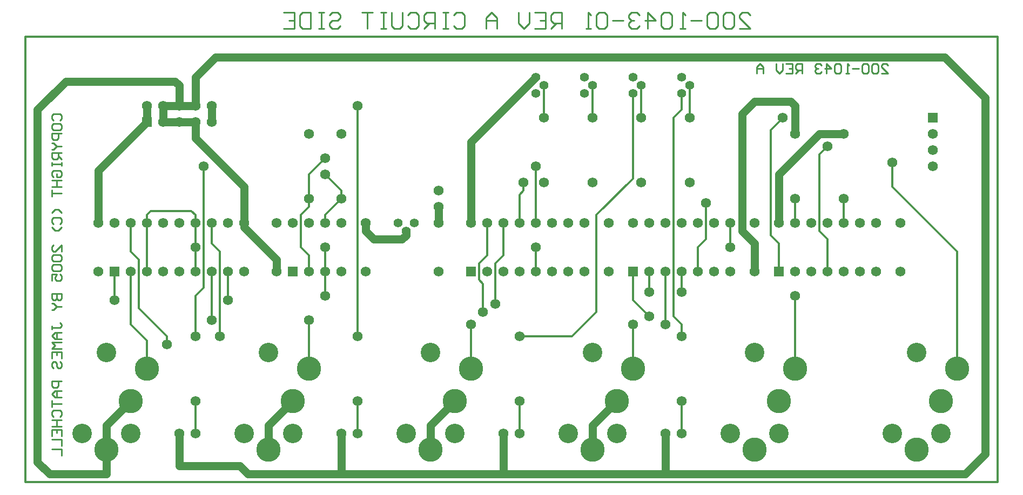
<source format=gbl>
*%FSLAX24Y24*%
*%MOIN*%
G01*
%ADD11C,0.0073*%
%ADD12C,0.0080*%
%ADD13C,0.0100*%
%ADD14C,0.0120*%
%ADD15C,0.0320*%
%ADD16C,0.0360*%
%ADD17C,0.0500*%
%ADD18C,0.0520*%
%ADD19C,0.0550*%
%ADD20C,0.0560*%
%ADD21C,0.0610*%
%ADD22C,0.0620*%
%ADD23C,0.0680*%
%ADD24C,0.0820*%
%ADD25C,0.0950*%
%ADD26C,0.1150*%
%ADD27C,0.1200*%
%ADD28C,0.1260*%
%ADD29C,0.1500*%
%ADD30C,0.1560*%
%ADD31R,0.0620X0.0620*%
%ADD32R,0.0680X0.0680*%
D13*
X109974Y92390D02*
X110640D01*
X109974Y93056D01*
Y93223D01*
X110140Y93390D01*
X110473D01*
X110640Y93223D01*
X109640D02*
X109474Y93390D01*
X109140D01*
X108974Y93223D01*
Y92557D01*
X109140Y92390D01*
X109474D01*
X109640Y92557D01*
Y93223D01*
X108641D02*
X108474Y93390D01*
X108141D01*
X107974Y93223D01*
Y92557D01*
X108141Y92390D01*
X108474D01*
X108641Y92557D01*
Y93223D01*
X107641Y92890D02*
X106975D01*
X106641Y92390D02*
X106308D01*
X106475D01*
Y93390D01*
X106476D01*
X106475D02*
X106641Y93223D01*
X105808D02*
X105642Y93390D01*
X105308D01*
X105142Y93223D01*
Y92557D01*
X105308Y92390D01*
X105642D01*
X105808Y92557D01*
Y93223D01*
X104309Y93390D02*
Y92390D01*
X104809Y92890D02*
X104309Y93390D01*
X104142Y92890D02*
X104809D01*
X103809Y93223D02*
X103642Y93390D01*
X103309D01*
X103142Y93223D01*
Y93056D01*
X103143D01*
X103142D02*
X103143D01*
X103142D02*
X103143D01*
X103142D02*
X103309Y92890D01*
X103476D01*
X103309D01*
X103142Y92723D01*
Y92557D01*
X103309Y92390D01*
X103642D01*
X103809Y92557D01*
X102809Y92890D02*
X102143D01*
X101810Y93223D02*
X101643Y93390D01*
X101310D01*
X101143Y93223D01*
Y92557D01*
X101310Y92390D01*
X101643D01*
X101810Y92557D01*
Y93223D01*
X100810Y92390D02*
X100477D01*
X100643D01*
Y93390D01*
X100644D01*
X100643D02*
X100810Y93223D01*
X98977Y93390D02*
Y92390D01*
Y93390D02*
X98477D01*
X98311Y93223D01*
Y92890D01*
X98477Y92723D01*
X98977D01*
X98644D02*
X98311Y92390D01*
X97977Y93390D02*
X97311D01*
X97977D02*
Y92390D01*
X97311D01*
X97644Y92890D02*
X97977D01*
X96978Y92723D02*
Y93390D01*
Y92723D02*
X96645Y92390D01*
X96311Y92723D01*
Y93390D01*
X94978Y93056D02*
Y92390D01*
Y93056D02*
X94645Y93390D01*
X94312Y93056D01*
Y92390D01*
Y92890D01*
X94978D01*
X92479Y93390D02*
X92313Y93223D01*
X92479Y93390D02*
X92812D01*
X92979Y93223D01*
Y92557D01*
X92812Y92390D01*
X92479D01*
X92313Y92557D01*
X91979Y93390D02*
X91646D01*
X91813D01*
Y92390D01*
X91979D01*
X91646D01*
X91146D02*
Y93390D01*
X90646D01*
X90480Y93223D01*
Y92890D01*
X90646Y92723D01*
X91146D01*
X90813D02*
X90480Y92390D01*
X89480Y93223D02*
X89647Y93390D01*
X89980D01*
X90147Y93223D01*
Y92557D01*
X89980Y92390D01*
X89647D01*
X89480Y92557D01*
X89147D02*
Y93390D01*
Y92557D02*
X88980Y92390D01*
X88647D01*
X88480Y92557D01*
Y93390D01*
X88147D02*
X87814D01*
X87981D01*
Y92390D01*
X88147D01*
X87814D01*
X87314Y93390D02*
X86648D01*
X86981D01*
Y92390D01*
X84815Y93390D02*
X84648Y93223D01*
X84815Y93390D02*
X85148D01*
X85315Y93223D01*
Y93056D01*
X85148Y92890D01*
X84815D01*
X84648Y92723D01*
Y92557D01*
X84815Y92390D01*
X85148D01*
X85315Y92557D01*
X84315Y93390D02*
X83982D01*
X84149D01*
Y92390D01*
X84315D01*
X83982D01*
X83482D02*
Y93390D01*
Y92390D02*
X82982D01*
X82816Y92557D01*
Y93223D01*
X82982Y93390D01*
X83482D01*
X82482D02*
X81816D01*
X82482D02*
Y92390D01*
X81816D01*
X82149Y92890D02*
X82482D01*
X67640Y86740D02*
X67540Y86840D01*
Y87040D01*
X67640Y87140D01*
X68040D01*
X68140Y87040D01*
Y86840D01*
X68040Y86740D01*
X67540Y86440D02*
Y86240D01*
Y86440D02*
X67640Y86540D01*
X68040D01*
X68140Y86440D01*
Y86240D01*
X68040Y86140D01*
X67640D01*
X67540Y86240D01*
Y85940D02*
X68140D01*
X67540D02*
Y85640D01*
X67640Y85541D01*
X67840D01*
X67940Y85640D01*
Y85940D01*
X67640Y85341D02*
X67540D01*
X67640D02*
X67840Y85141D01*
X67640Y84941D01*
X67540D01*
X67840Y85141D02*
X68140D01*
Y84741D02*
X67540D01*
Y84441D01*
X67640Y84341D01*
X67840D01*
X67940Y84441D01*
Y84741D01*
Y84541D02*
X68140Y84341D01*
X67540Y84141D02*
Y83941D01*
Y84041D01*
X68140D01*
Y84141D01*
Y83941D01*
X67540Y83341D02*
X67640Y83241D01*
X67540Y83341D02*
Y83541D01*
X67640Y83641D01*
X68040D01*
X68140Y83541D01*
Y83341D01*
X68040Y83241D01*
X67840D01*
Y83441D01*
X67540Y83041D02*
X68140D01*
X67840D01*
Y82641D01*
X67540D01*
X68140D01*
X67540Y82442D02*
Y82042D01*
Y82242D01*
X68140D01*
X67940Y81242D02*
X68140Y81042D01*
X67940Y81242D02*
X67740D01*
X67540Y81042D01*
Y80442D02*
X67640Y80342D01*
X67540Y80442D02*
Y80642D01*
X67640Y80742D01*
X68040D01*
X68140Y80642D01*
Y80442D01*
X68040Y80342D01*
X68140Y80142D02*
X67940Y79942D01*
X67740D01*
X67540Y80142D01*
X68140Y79043D02*
Y78643D01*
Y79043D02*
X67740Y78643D01*
X67640D01*
X67540Y78743D01*
Y78943D01*
X67640Y79043D01*
Y78443D02*
X67540Y78343D01*
Y78143D01*
X67640Y78043D01*
X68040D01*
X68140Y78143D01*
Y78343D01*
X68040Y78443D01*
X67640D01*
Y77843D02*
X67540Y77743D01*
Y77543D01*
X67640Y77443D01*
X68040D01*
X68140Y77543D01*
Y77743D01*
X68040Y77843D01*
X67640D01*
X67540Y77243D02*
Y76843D01*
Y77243D02*
X67840D01*
X67740Y77043D01*
Y76943D01*
X67840Y76843D01*
X68040D01*
X68140Y76943D01*
Y77143D01*
X68040Y77243D01*
X68140Y76044D02*
X67540D01*
X68140D02*
Y75744D01*
X68040Y75644D01*
X67940D01*
X67840Y75744D01*
Y76044D01*
X67841D01*
X67840D02*
X67841D01*
X67840D02*
X67841D01*
X67840D02*
Y75744D01*
X67740Y75644D01*
X67640D01*
X67540Y75744D01*
Y76044D01*
Y75444D02*
X67640D01*
X67840Y75244D01*
X67640Y75044D01*
X67540D01*
X67840Y75244D02*
X68140D01*
X67540Y74044D02*
Y73844D01*
Y73944D02*
Y74044D01*
Y73944D02*
X68040D01*
X68140Y74044D01*
Y74144D01*
X68040Y74244D01*
X68140Y73644D02*
X67740D01*
X67540Y73444D01*
X67740Y73244D01*
X68140D01*
X67840D01*
Y73644D01*
X68140Y73045D02*
X67540D01*
X67740Y72845D01*
X67540Y72645D01*
X68140D01*
X67540Y72445D02*
Y72045D01*
Y72445D02*
X68140D01*
Y72045D01*
X67840Y72245D02*
Y72445D01*
X67540Y71545D02*
X67640Y71445D01*
X67540Y71545D02*
Y71745D01*
X67640Y71845D01*
X67740D01*
X67840Y71745D01*
Y71545D01*
X67940Y71445D01*
X68040D01*
X68140Y71545D01*
Y71745D01*
X68040Y71845D01*
X68140Y70645D02*
X67540D01*
Y70345D01*
X67640Y70245D01*
X67840D01*
X67940Y70345D01*
Y70645D01*
X68140Y70046D02*
X67740D01*
X67540Y69846D01*
X67740Y69646D01*
X68140D01*
X67840D01*
Y70046D01*
X67540Y69446D02*
Y69046D01*
Y69246D01*
X68140D01*
X67540Y68546D02*
X67640Y68446D01*
X67540Y68546D02*
Y68746D01*
X67640Y68846D01*
X68040D01*
X68140Y68746D01*
Y68546D01*
X68040Y68446D01*
X68140Y68246D02*
X67540D01*
X67840D02*
X68140D01*
X67840D02*
Y67846D01*
X67540D01*
X68140D01*
X67540Y67646D02*
Y67246D01*
Y67646D02*
X68140D01*
Y67246D01*
X67840Y67446D02*
Y67646D01*
X67540Y67046D02*
X68140D01*
Y66647D01*
Y66447D02*
X67540D01*
X68140D02*
Y66047D01*
X118740Y89640D02*
X119140D01*
X118740Y90040D01*
Y90140D01*
X118840Y90240D01*
X119040D01*
X119140Y90140D01*
X118540D02*
X118440Y90240D01*
X118240D01*
X118140Y90140D01*
Y89740D01*
X118240Y89640D01*
X118440D01*
X118540Y89740D01*
Y90140D01*
X117940D02*
X117840Y90240D01*
X117640D01*
X117541Y90140D01*
Y89740D01*
X117640Y89640D01*
X117840D01*
X117940Y89740D01*
Y90140D01*
X117341Y89940D02*
X116941D01*
X116741Y89640D02*
X116541D01*
X116641D01*
Y90240D01*
X116642D01*
X116641D02*
X116741Y90140D01*
X116241D02*
X116141Y90240D01*
X115941D01*
X115841Y90140D01*
Y89740D01*
X115941Y89640D01*
X116141D01*
X116241Y89740D01*
Y90140D01*
X115341Y90240D02*
Y89640D01*
X115641Y89940D02*
X115341Y90240D01*
X115241Y89940D02*
X115641D01*
X115041Y90140D02*
X114941Y90240D01*
X114741D01*
X114641Y90140D01*
Y90040D01*
X114642D01*
X114641D02*
X114642D01*
X114641D02*
X114642D01*
X114641D02*
X114741Y89940D01*
X114841D01*
X114741D01*
X114641Y89840D01*
Y89740D01*
X114741Y89640D01*
X114941D01*
X115041Y89740D01*
X113842Y89640D02*
Y90240D01*
X113542D01*
X113442Y90140D01*
Y89940D01*
X113542Y89840D01*
X113842D01*
X113642D02*
X113442Y89640D01*
X113242Y90240D02*
X112842D01*
X113242D02*
Y89640D01*
X112842D01*
X113042Y89940D02*
X113242D01*
X112642Y89840D02*
Y90240D01*
Y89840D02*
X112442Y89640D01*
X112242Y89840D01*
Y90240D01*
X111442Y90040D02*
Y89640D01*
Y90040D02*
X111243Y90240D01*
X111043Y90040D01*
Y89640D01*
Y89940D01*
X111442D01*
D14*
X74640Y73390D02*
X72890Y75140D01*
X99640Y73390D02*
X101140Y74890D01*
Y80890D02*
X103390Y83140D01*
X119390Y82640D02*
X123390Y78640D01*
X71390Y77390D02*
Y75640D01*
X72390Y74140D02*
Y77390D01*
X73390Y73140D02*
Y71390D01*
Y77390D02*
Y80390D01*
Y80890D01*
X72890Y78140D02*
Y75140D01*
X72390Y78640D02*
Y80390D01*
Y74140D02*
X73390Y73140D01*
Y80890D02*
X73640Y81140D01*
X72390Y78640D02*
X72890Y78140D01*
X96390Y73390D02*
X99640D01*
X74640D02*
Y72890D01*
X76390Y69390D02*
Y67390D01*
Y80390D02*
Y80890D01*
Y80390D02*
Y77390D01*
Y78890D01*
X77390Y77390D02*
Y74390D01*
Y79140D02*
Y80390D01*
X76390Y75890D02*
Y73390D01*
X76890Y76390D02*
Y83890D01*
X76140Y81140D02*
X76390Y80890D01*
X77390Y79140D02*
X77890Y78640D01*
X76890Y76390D02*
X76390Y75890D01*
X77890Y73390D02*
Y78640D01*
X78390Y77390D02*
Y75640D01*
X76140Y81140D02*
X73640D01*
X82890Y80890D02*
Y78890D01*
X83390Y78390D01*
X82890Y80890D02*
X83390Y81390D01*
X84390Y80890D02*
Y80390D01*
X83390Y81890D02*
Y83390D01*
Y81890D02*
Y81390D01*
Y78390D02*
Y77390D01*
X84390D02*
Y78890D01*
Y77390D02*
Y75890D01*
X83390Y74390D02*
Y71390D01*
Y83390D02*
X84390Y84390D01*
Y83390D02*
X85390Y82390D01*
Y81890D02*
X84390Y80890D01*
X86390Y69390D02*
Y67390D01*
X85390Y81890D02*
Y82390D01*
X86390Y87640D02*
Y73390D01*
X93390Y74140D02*
Y71390D01*
X94890Y75390D02*
Y77890D01*
X94140Y76640D02*
Y74890D01*
X93890Y76890D02*
Y77890D01*
X94390Y78390D02*
Y80390D01*
X95390Y78390D02*
X94890Y77890D01*
X93890Y76890D02*
X94140Y76640D01*
X93890Y77890D02*
X94390Y78390D01*
X96390Y69390D02*
Y67390D01*
X95390Y78390D02*
Y80390D01*
X96640Y82390D02*
Y82890D01*
X96390Y82140D02*
Y80390D01*
Y82140D02*
X96640Y82390D01*
X97890Y86890D02*
Y88890D01*
X97390Y83890D02*
Y80390D01*
Y78890D02*
Y77390D01*
X100890Y86890D02*
Y88890D01*
X101140Y80890D02*
Y74890D01*
X103890Y86890D02*
Y88890D01*
X103390Y74140D02*
Y71390D01*
X104390Y76140D02*
Y77390D01*
X103390D02*
Y75640D01*
Y83140D02*
Y88390D01*
Y75640D02*
X104390Y74640D01*
X106390Y69390D02*
Y67390D01*
Y76140D02*
Y77390D01*
X105890Y74640D02*
Y86890D01*
X106390Y87390D02*
Y88390D01*
Y74140D02*
Y73390D01*
X105390Y74140D02*
Y77390D01*
X105890Y74640D02*
X106390Y74140D01*
X105890Y86890D02*
X106390Y87390D01*
X106890Y86890D02*
Y88890D01*
X107890Y81640D02*
Y79390D01*
X107390Y78890D02*
Y77390D01*
Y78890D02*
X107890Y79390D01*
X109390Y78890D02*
Y80390D01*
X111890Y79640D02*
Y81140D01*
X112390Y79140D02*
Y77390D01*
X111890Y81140D02*
Y86140D01*
X112390Y86640D02*
X112640Y86890D01*
X111890Y79640D02*
X112390Y79140D01*
X111890Y86140D02*
X112390Y86640D01*
X113390Y81890D02*
Y80390D01*
Y75890D02*
Y71390D01*
X116390Y80390D02*
Y81890D01*
X114890Y79890D02*
Y84640D01*
X115390Y79390D02*
Y77390D01*
X114890Y84640D02*
X115390Y85140D01*
X114890Y79890D02*
X115390Y79390D01*
X119390Y82640D02*
Y84140D01*
X123390Y78640D02*
Y71390D01*
X65890Y64390D02*
Y91890D01*
X125890D02*
Y64390D01*
X65890D01*
Y91890D02*
X125890D01*
D17*
X87390Y79390D02*
X86890Y79890D01*
X89140Y79390D02*
X89390Y79640D01*
X79140Y65390D02*
X79640Y64890D01*
X72390Y69390D02*
X70890Y67890D01*
X80890D02*
X82390Y69390D01*
X90890Y67890D02*
X92390Y69390D01*
X100890Y67890D02*
X102390Y69390D01*
X73390Y86640D02*
X70390Y83640D01*
X79390Y80140D02*
X81390Y78140D01*
X113140Y87890D02*
X113390Y87640D01*
X110890Y87890D02*
X110140Y87140D01*
Y79890D02*
X110890Y79140D01*
X112390Y83390D02*
X114890Y85890D01*
X67390Y64890D02*
X66640Y65640D01*
Y87390D02*
X68390Y89140D01*
X75140D02*
X75390Y88890D01*
X123890Y64890D02*
X125140Y66140D01*
Y88140D02*
X122640Y90640D01*
X77640D02*
X76390Y89390D01*
X93390Y85390D02*
X97390Y89390D01*
X79390Y82640D02*
X76390Y85640D01*
X75390Y65390D02*
X79140D01*
X79640Y64890D02*
X84890D01*
X85390D01*
X95390D01*
X105390D01*
X70890D02*
X67390D01*
X105390D02*
X123890D01*
X66640Y65640D02*
Y87390D01*
X70890Y67890D02*
Y66390D01*
X70390Y80390D02*
Y83640D01*
X70890Y66390D02*
Y64890D01*
X73390Y86640D02*
Y87640D01*
X75390Y67390D02*
Y65390D01*
X74390Y86640D02*
Y87640D01*
X75390D02*
Y88890D01*
X77390Y87640D02*
Y86640D01*
X76390Y87640D02*
Y89390D01*
Y86640D02*
Y85640D01*
X87390Y79390D02*
X89140D01*
X80890Y67890D02*
Y66390D01*
X79390Y80140D02*
Y80390D01*
Y82640D01*
X81390Y78140D02*
Y77390D01*
X86890Y79890D02*
Y80390D01*
X85390Y67390D02*
Y64890D01*
X75390Y86640D02*
X74390D01*
Y87640D02*
X75390D01*
Y86640D02*
X76390D01*
X114890Y85890D02*
X116390D01*
X76390Y87640D02*
X75390D01*
X110890Y87890D02*
X113140D01*
X75140Y89140D02*
X68390D01*
X89390Y79890D02*
Y79640D01*
X90890Y67890D02*
Y66390D01*
X77640Y90640D02*
X122640D01*
X91390Y81390D02*
Y80390D01*
X93390D02*
Y85390D01*
X95390Y67390D02*
Y64890D01*
X100890Y66390D02*
Y67890D01*
X105390Y67390D02*
Y64890D01*
X110140Y79890D02*
Y87140D01*
X110890Y79140D02*
Y77640D01*
Y77390D01*
X112390Y80390D02*
Y83390D01*
X113390Y85890D02*
Y87640D01*
X125140Y88140D02*
Y66140D01*
D19*
X106390Y88390D02*
D03*
Y89390D02*
D03*
X106890Y88890D02*
D03*
X103390Y88390D02*
D03*
Y89390D02*
D03*
X103890Y88890D02*
D03*
X97390Y88390D02*
D03*
Y89390D02*
D03*
X97890Y88890D02*
D03*
X100390Y88390D02*
D03*
Y89390D02*
D03*
X100890Y88890D02*
D03*
X88890Y80390D02*
D03*
X89390Y79890D02*
D03*
X89890Y80390D02*
D03*
D22*
X119390Y84140D02*
D03*
X115390Y85140D02*
D03*
X113390Y75890D02*
D03*
X112640Y86890D02*
D03*
X109390Y78890D02*
D03*
X107890Y81640D02*
D03*
X105390Y74140D02*
D03*
X106390Y76140D02*
D03*
X103390Y74140D02*
D03*
X104390Y76140D02*
D03*
Y74640D02*
D03*
X97390Y78890D02*
D03*
Y83890D02*
D03*
X96640Y82890D02*
D03*
X93390Y74140D02*
D03*
X94890Y75390D02*
D03*
X94140Y74890D02*
D03*
X86390Y87640D02*
D03*
X84390Y78890D02*
D03*
Y75890D02*
D03*
X83390Y74390D02*
D03*
X77890Y73390D02*
D03*
X78390Y75640D02*
D03*
X76390Y78890D02*
D03*
X77390Y74390D02*
D03*
X76890Y83890D02*
D03*
X74640Y72890D02*
D03*
X71390Y75640D02*
D03*
X121890Y85890D02*
D03*
Y84890D02*
D03*
Y83890D02*
D03*
X119890Y77390D02*
D03*
Y80390D02*
D03*
X116390Y81890D02*
D03*
Y85890D02*
D03*
X113390D02*
D03*
Y81890D02*
D03*
X106890Y86890D02*
D03*
Y82890D02*
D03*
X103890Y86890D02*
D03*
Y82890D02*
D03*
X106390Y69390D02*
D03*
Y73390D02*
D03*
X110890Y77390D02*
D03*
Y80390D02*
D03*
X103390D02*
D03*
X104390D02*
D03*
X105390D02*
D03*
X106390D02*
D03*
X107390D02*
D03*
X108390D02*
D03*
X109390D02*
D03*
Y77390D02*
D03*
X108390D02*
D03*
X107390D02*
D03*
X106390D02*
D03*
X105390D02*
D03*
X104390D02*
D03*
X112390Y80390D02*
D03*
X113390D02*
D03*
X114390D02*
D03*
X115390D02*
D03*
X116390D02*
D03*
X117390D02*
D03*
X118390D02*
D03*
Y77390D02*
D03*
X117390D02*
D03*
X116390D02*
D03*
X115390D02*
D03*
X114390D02*
D03*
X113390D02*
D03*
X106390Y67390D02*
D03*
X105390D02*
D03*
X91390Y77390D02*
D03*
Y80390D02*
D03*
X100890Y86890D02*
D03*
Y82890D02*
D03*
X97890Y86890D02*
D03*
Y82890D02*
D03*
X96390Y69390D02*
D03*
Y73390D02*
D03*
X101890Y77390D02*
D03*
Y80390D02*
D03*
X91390Y81390D02*
D03*
Y82390D02*
D03*
X93390Y80390D02*
D03*
X94390D02*
D03*
X95390D02*
D03*
X96390D02*
D03*
X97390D02*
D03*
X98390D02*
D03*
X99390D02*
D03*
X100390D02*
D03*
Y77390D02*
D03*
X99390D02*
D03*
X98390D02*
D03*
X97390D02*
D03*
X96390D02*
D03*
X95390D02*
D03*
X94390D02*
D03*
X96390Y67390D02*
D03*
X95390D02*
D03*
X76390Y87640D02*
D03*
X73390D02*
D03*
X74390Y86640D02*
D03*
Y87640D02*
D03*
X75390Y86640D02*
D03*
Y87640D02*
D03*
X76390Y86640D02*
D03*
X77390D02*
D03*
Y87640D02*
D03*
X79390Y80390D02*
D03*
Y77390D02*
D03*
X84390Y84390D02*
D03*
Y83390D02*
D03*
X85390Y85890D02*
D03*
Y81890D02*
D03*
X83390Y85890D02*
D03*
Y81890D02*
D03*
X86390Y69390D02*
D03*
Y73390D02*
D03*
X76390Y69390D02*
D03*
Y73390D02*
D03*
X81390Y77390D02*
D03*
Y80390D02*
D03*
X86890D02*
D03*
Y77390D02*
D03*
X82390Y80390D02*
D03*
X83390D02*
D03*
X84390D02*
D03*
X85390D02*
D03*
Y77390D02*
D03*
X84390D02*
D03*
X83390D02*
D03*
X76390Y67390D02*
D03*
X75390D02*
D03*
X86390D02*
D03*
X85390D02*
D03*
X70390Y77390D02*
D03*
Y80390D02*
D03*
X71390D02*
D03*
X72390D02*
D03*
X73390D02*
D03*
X74390D02*
D03*
X75390D02*
D03*
X76390D02*
D03*
X77390D02*
D03*
X78390D02*
D03*
Y77390D02*
D03*
X77390D02*
D03*
X76390D02*
D03*
X75390D02*
D03*
X74390D02*
D03*
X73390D02*
D03*
X72390D02*
D03*
D27*
X120890Y72390D02*
D03*
X122390Y67390D02*
D03*
X119390D02*
D03*
X110890Y72390D02*
D03*
X112390Y67390D02*
D03*
X109390D02*
D03*
X90890Y72390D02*
D03*
X92390Y67390D02*
D03*
X89390D02*
D03*
X100890Y72390D02*
D03*
X102390Y67390D02*
D03*
X99390D02*
D03*
X80890Y72390D02*
D03*
X82390Y67390D02*
D03*
X79390D02*
D03*
X70890Y72390D02*
D03*
X72390Y67390D02*
D03*
X69390D02*
D03*
D29*
X120890Y66390D02*
D03*
X122390Y69390D02*
D03*
X123390Y71390D02*
D03*
X110890Y66390D02*
D03*
X112390Y69390D02*
D03*
X113390Y71390D02*
D03*
X90890Y66390D02*
D03*
X92390Y69390D02*
D03*
X93390Y71390D02*
D03*
X100890Y66390D02*
D03*
X102390Y69390D02*
D03*
X103390Y71390D02*
D03*
X80890Y66390D02*
D03*
X82390Y69390D02*
D03*
X83390Y71390D02*
D03*
X70890Y66390D02*
D03*
X72390Y69390D02*
D03*
X73390Y71390D02*
D03*
D31*
X121890Y86890D02*
D03*
X103390Y77390D02*
D03*
X112390D02*
D03*
X93390D02*
D03*
X73390Y86640D02*
D03*
X82390Y77390D02*
D03*
X71390D02*
D03*
M02*

</source>
